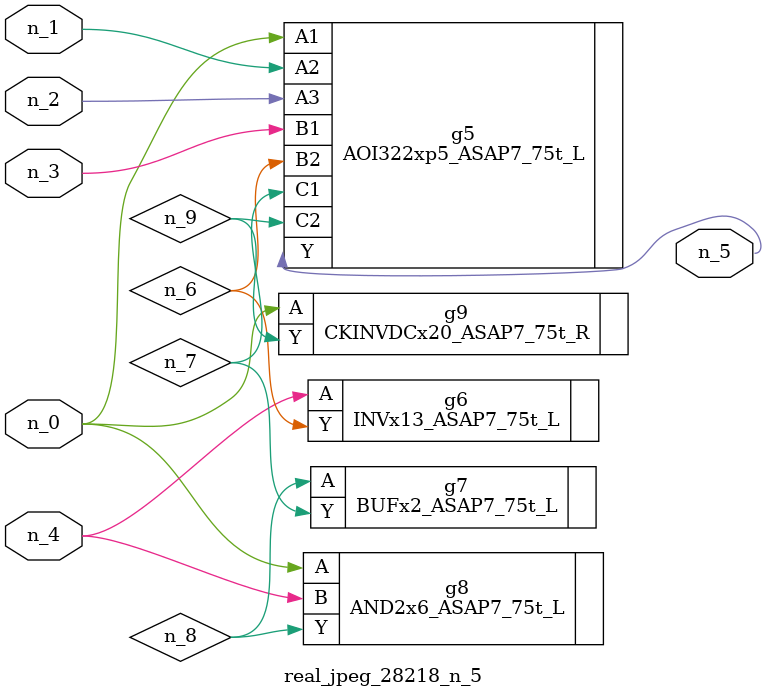
<source format=v>
module real_jpeg_28218_n_5 (n_4, n_0, n_1, n_2, n_3, n_5);

input n_4;
input n_0;
input n_1;
input n_2;
input n_3;

output n_5;

wire n_8;
wire n_6;
wire n_7;
wire n_9;

AOI322xp5_ASAP7_75t_L g5 ( 
.A1(n_0),
.A2(n_1),
.A3(n_2),
.B1(n_3),
.B2(n_6),
.C1(n_7),
.C2(n_9),
.Y(n_5)
);

AND2x6_ASAP7_75t_L g8 ( 
.A(n_0),
.B(n_4),
.Y(n_8)
);

CKINVDCx20_ASAP7_75t_R g9 ( 
.A(n_0),
.Y(n_9)
);

INVx13_ASAP7_75t_L g6 ( 
.A(n_4),
.Y(n_6)
);

BUFx2_ASAP7_75t_L g7 ( 
.A(n_8),
.Y(n_7)
);


endmodule
</source>
